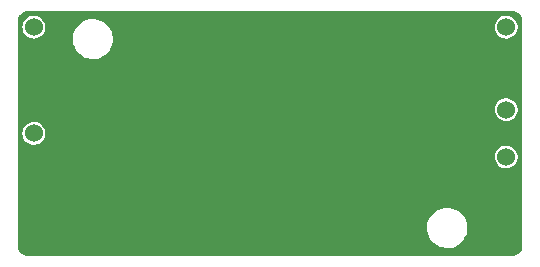
<source format=gbr>
%TF.GenerationSoftware,KiCad,Pcbnew,(5.99.0-1662-g9db296991)*%
%TF.CreationDate,2020-05-29T20:42:40+05:30*%
%TF.ProjectId,TPS62133,54505336-3231-4333-932e-6b696361645f,rev?*%
%TF.SameCoordinates,Original*%
%TF.FileFunction,Copper,L2,Bot*%
%TF.FilePolarity,Positive*%
%FSLAX46Y46*%
G04 Gerber Fmt 4.6, Leading zero omitted, Abs format (unit mm)*
G04 Created by KiCad (PCBNEW (5.99.0-1662-g9db296991)) date 2020-05-29 20:42:40*
%MOMM*%
%LPD*%
G01*
G04 APERTURE LIST*
%TA.AperFunction,ComponentPad*%
%ADD10C,1.524000*%
%TD*%
%TA.AperFunction,Conductor*%
%ADD11R,1.680000X1.680000*%
%TD*%
%TA.AperFunction,ViaPad*%
%ADD12C,0.500000*%
%TD*%
%TA.AperFunction,ViaPad*%
%ADD13C,0.800000*%
%TD*%
G04 APERTURE END LIST*
D10*
%TO.P,DB1,1,in+*%
%TO.N,/Vin*%
X12000000Y-12000000D03*
%TO.P,DB1,2,GND*%
%TO.N,GNDREF*%
X12000000Y-30000000D03*
%TO.P,DB1,5,en*%
%TO.N,/EN*%
X12000000Y-21000000D03*
%TO.P,DB1,4,GND*%
%TO.N,GNDREF*%
X52000000Y-30000000D03*
%TO.P,DB1,6,D+*%
%TO.N,Net-(DB1-Pad6)*%
X52000000Y-19000000D03*
%TO.P,DB1,3,out+*%
%TO.N,/+5V*%
X52000000Y-12000000D03*
%TO.P,DB1,7,D-*%
%TO.N,Net-(DB1-Pad7)*%
X52000000Y-23000000D03*
%TD*%
D11*
%TO.N,GNDREF*%
%TO.C,U1*%
X32000000Y-21000000D03*
D12*
X31410000Y-20410000D03*
X32590000Y-20410000D03*
X31410000Y-21590000D03*
X32590000Y-21590000D03*
%TD*%
D13*
%TO.N,GNDREF*%
X47000000Y-20500000D03*
X46000000Y-20500000D03*
X45000000Y-20500000D03*
X44000000Y-20500000D03*
X44000000Y-19500000D03*
X44000000Y-18500000D03*
X47000000Y-17500000D03*
X47000000Y-18500000D03*
X47000000Y-19500000D03*
X46000000Y-19500000D03*
X45000000Y-19500000D03*
X33500000Y-14000000D03*
X33500000Y-15000000D03*
X29500000Y-14000000D03*
X30500000Y-14000000D03*
X24500000Y-17500000D03*
X24500000Y-16500000D03*
X24500000Y-15500000D03*
X24500000Y-14500000D03*
X24500000Y-13500000D03*
X31500000Y-18000000D03*
X33500000Y-16000000D03*
X32500000Y-14000000D03*
X31500000Y-14000000D03*
X32500000Y-15000000D03*
X31500000Y-15000000D03*
X25500000Y-13500000D03*
X26500000Y-13500000D03*
X27500000Y-13500000D03*
X28500000Y-13500000D03*
X28500000Y-14500000D03*
X27500000Y-14500000D03*
X26500000Y-14500000D03*
X25500000Y-14500000D03*
X26500000Y-15500000D03*
X25500000Y-15500000D03*
%TD*%
%TO.N,GNDREF*%
G36*
X52475379Y-10628870D02*
G01*
X52486620Y-10631683D01*
X52486629Y-10631685D01*
X52668008Y-10650108D01*
X52680382Y-10652648D01*
X52835468Y-10701249D01*
X52847079Y-10706225D01*
X52989236Y-10785024D01*
X52999608Y-10792233D01*
X53123003Y-10897995D01*
X53131715Y-10907144D01*
X53231332Y-11035571D01*
X53238026Y-11046283D01*
X53309779Y-11192103D01*
X53314182Y-11203943D01*
X53355756Y-11363548D01*
X53357590Y-11374507D01*
X53368028Y-11510153D01*
X53368030Y-11510161D01*
X53368946Y-11512579D01*
X53373000Y-11534721D01*
X53373001Y-30460201D01*
X53371131Y-30475375D01*
X53368317Y-30486620D01*
X53368315Y-30486629D01*
X53349892Y-30668008D01*
X53347352Y-30680382D01*
X53298749Y-30835473D01*
X53293773Y-30847084D01*
X53214976Y-30989236D01*
X53207767Y-30999608D01*
X53102005Y-31123003D01*
X53092856Y-31131715D01*
X52964433Y-31231329D01*
X52953721Y-31238023D01*
X52807891Y-31309781D01*
X52796051Y-31314184D01*
X52636452Y-31355756D01*
X52625493Y-31357590D01*
X52489847Y-31368028D01*
X52489839Y-31368030D01*
X52487421Y-31368946D01*
X52465279Y-31373000D01*
X11539795Y-31373000D01*
X11524621Y-31371130D01*
X11513380Y-31368317D01*
X11513371Y-31368315D01*
X11331992Y-31349892D01*
X11319618Y-31347352D01*
X11164527Y-31298749D01*
X11152916Y-31293773D01*
X11010764Y-31214976D01*
X11000392Y-31207767D01*
X10876997Y-31102005D01*
X10868285Y-31092856D01*
X10768671Y-30964433D01*
X10761977Y-30953721D01*
X10690219Y-30807891D01*
X10685816Y-30796051D01*
X10644244Y-30636452D01*
X10642410Y-30625493D01*
X10631972Y-30489847D01*
X10631970Y-30489839D01*
X10631054Y-30487421D01*
X10627000Y-30465279D01*
X10627000Y-28950902D01*
X45295706Y-28950902D01*
X45307889Y-29209265D01*
X45359011Y-29462804D01*
X45359013Y-29462811D01*
X45447894Y-29705691D01*
X45447901Y-29705705D01*
X45572500Y-29932349D01*
X45729951Y-30137545D01*
X45916632Y-30316566D01*
X46128247Y-30465292D01*
X46128248Y-30465293D01*
X46359914Y-30580290D01*
X46359929Y-30580297D01*
X46606307Y-30658926D01*
X46606315Y-30658928D01*
X46861782Y-30699390D01*
X47120411Y-30700745D01*
X47376289Y-30662961D01*
X47376294Y-30662960D01*
X47623502Y-30586908D01*
X47856360Y-30474340D01*
X47856364Y-30474338D01*
X48069518Y-30327842D01*
X48258061Y-30150788D01*
X48417658Y-29947246D01*
X48544628Y-29721910D01*
X48636052Y-29479966D01*
X48636054Y-29479959D01*
X48689827Y-29226970D01*
X48689827Y-29226969D01*
X48700090Y-28870677D01*
X48660968Y-28615007D01*
X48583621Y-28368198D01*
X48469834Y-28135928D01*
X48469832Y-28135925D01*
X48322221Y-27923541D01*
X48144185Y-27735931D01*
X47939810Y-27577401D01*
X47713813Y-27451613D01*
X47471392Y-27361458D01*
X47218130Y-27309009D01*
X47218118Y-27309008D01*
X46959842Y-27295471D01*
X46959827Y-27295471D01*
X46702457Y-27321161D01*
X46451952Y-27385480D01*
X46451943Y-27385483D01*
X46214043Y-27486956D01*
X46214037Y-27486959D01*
X45994215Y-27623255D01*
X45994213Y-27623256D01*
X45797541Y-27791230D01*
X45628540Y-27987020D01*
X45628533Y-27987030D01*
X45491098Y-28206119D01*
X45491094Y-28206127D01*
X45388373Y-28443503D01*
X45388371Y-28443510D01*
X45322743Y-28693668D01*
X45295706Y-28950902D01*
X10627000Y-28950902D01*
X10627000Y-22996625D01*
X51033045Y-22996625D01*
X51052116Y-23191125D01*
X51109907Y-23377819D01*
X51109909Y-23377824D01*
X51204056Y-23549079D01*
X51330725Y-23697914D01*
X51330727Y-23697916D01*
X51484722Y-23818231D01*
X51484730Y-23818236D01*
X51659781Y-23905132D01*
X51848736Y-23955056D01*
X52043865Y-23965965D01*
X52237206Y-23937415D01*
X52420850Y-23870574D01*
X52420849Y-23870574D01*
X52587304Y-23768171D01*
X52587316Y-23768162D01*
X52729769Y-23634389D01*
X52729778Y-23634379D01*
X52842426Y-23474692D01*
X52842427Y-23474690D01*
X52920673Y-23295590D01*
X52961304Y-23104440D01*
X52961304Y-23104433D01*
X52962011Y-22902283D01*
X52962010Y-22902277D01*
X52922715Y-22710843D01*
X52845724Y-22531209D01*
X52734185Y-22370726D01*
X52592656Y-22235950D01*
X52426918Y-22132385D01*
X52243744Y-22064264D01*
X52243736Y-22064262D01*
X52050616Y-22034365D01*
X52050601Y-22034364D01*
X51855406Y-22043910D01*
X51855402Y-22043911D01*
X51666114Y-22092512D01*
X51666107Y-22092515D01*
X51490452Y-22178188D01*
X51335614Y-22297430D01*
X51335613Y-22297431D01*
X51207914Y-22445372D01*
X51207912Y-22445375D01*
X51112567Y-22615974D01*
X51112565Y-22615977D01*
X51053474Y-22802255D01*
X51053473Y-22802259D01*
X51033045Y-22996625D01*
X10627000Y-22996625D01*
X10627000Y-20996625D01*
X11033045Y-20996625D01*
X11052116Y-21191125D01*
X11109907Y-21377819D01*
X11109909Y-21377824D01*
X11204056Y-21549079D01*
X11330725Y-21697914D01*
X11330727Y-21697916D01*
X11484722Y-21818231D01*
X11484730Y-21818236D01*
X11659781Y-21905132D01*
X11848736Y-21955056D01*
X12043865Y-21965965D01*
X12237206Y-21937415D01*
X12420850Y-21870574D01*
X12420849Y-21870574D01*
X12587304Y-21768171D01*
X12587316Y-21768162D01*
X12729769Y-21634389D01*
X12729778Y-21634379D01*
X12842426Y-21474692D01*
X12842427Y-21474690D01*
X12920673Y-21295590D01*
X12961304Y-21104440D01*
X12961304Y-21104433D01*
X12962011Y-20902283D01*
X12962010Y-20902277D01*
X12922715Y-20710843D01*
X12845724Y-20531209D01*
X12734185Y-20370726D01*
X12592656Y-20235950D01*
X12426918Y-20132385D01*
X12243744Y-20064264D01*
X12243736Y-20064262D01*
X12050616Y-20034365D01*
X12050601Y-20034364D01*
X11855406Y-20043910D01*
X11855402Y-20043911D01*
X11666114Y-20092512D01*
X11666107Y-20092515D01*
X11490452Y-20178188D01*
X11335614Y-20297430D01*
X11335613Y-20297431D01*
X11207914Y-20445372D01*
X11207912Y-20445375D01*
X11112567Y-20615974D01*
X11112565Y-20615977D01*
X11053474Y-20802255D01*
X11053473Y-20802259D01*
X11033045Y-20996625D01*
X10627000Y-20996625D01*
X10627000Y-18996625D01*
X51033045Y-18996625D01*
X51052116Y-19191125D01*
X51109907Y-19377819D01*
X51109909Y-19377824D01*
X51204056Y-19549079D01*
X51330725Y-19697914D01*
X51330727Y-19697916D01*
X51484722Y-19818231D01*
X51484730Y-19818236D01*
X51659781Y-19905132D01*
X51848736Y-19955056D01*
X52043865Y-19965965D01*
X52237206Y-19937415D01*
X52420850Y-19870574D01*
X52420849Y-19870574D01*
X52587304Y-19768171D01*
X52587316Y-19768162D01*
X52729769Y-19634389D01*
X52729778Y-19634379D01*
X52842426Y-19474692D01*
X52842427Y-19474690D01*
X52920673Y-19295590D01*
X52961304Y-19104440D01*
X52961304Y-19104433D01*
X52962011Y-18902283D01*
X52962010Y-18902277D01*
X52922715Y-18710843D01*
X52845724Y-18531209D01*
X52734185Y-18370726D01*
X52592656Y-18235950D01*
X52426918Y-18132385D01*
X52243744Y-18064264D01*
X52243736Y-18064262D01*
X52050616Y-18034365D01*
X52050601Y-18034364D01*
X51855406Y-18043910D01*
X51855402Y-18043911D01*
X51666114Y-18092512D01*
X51666107Y-18092515D01*
X51490452Y-18178188D01*
X51335614Y-18297430D01*
X51335613Y-18297431D01*
X51207914Y-18445372D01*
X51207912Y-18445375D01*
X51112567Y-18615974D01*
X51112565Y-18615977D01*
X51053474Y-18802255D01*
X51053473Y-18802259D01*
X51033045Y-18996625D01*
X10627000Y-18996625D01*
X10627000Y-11996625D01*
X11033045Y-11996625D01*
X11052116Y-12191125D01*
X11109907Y-12377819D01*
X11109909Y-12377824D01*
X11204056Y-12549079D01*
X11330725Y-12697914D01*
X11330727Y-12697916D01*
X11484722Y-12818231D01*
X11484730Y-12818236D01*
X11659781Y-12905132D01*
X11848736Y-12955056D01*
X12043865Y-12965965D01*
X12145871Y-12950902D01*
X15295706Y-12950902D01*
X15307889Y-13209265D01*
X15359011Y-13462804D01*
X15359013Y-13462811D01*
X15447894Y-13705691D01*
X15447901Y-13705705D01*
X15572500Y-13932349D01*
X15729951Y-14137545D01*
X15916632Y-14316566D01*
X16128247Y-14465292D01*
X16128248Y-14465293D01*
X16359914Y-14580290D01*
X16359929Y-14580297D01*
X16606307Y-14658926D01*
X16606315Y-14658928D01*
X16861782Y-14699390D01*
X17120411Y-14700745D01*
X17376289Y-14662961D01*
X17376294Y-14662960D01*
X17623502Y-14586908D01*
X17856360Y-14474340D01*
X17856364Y-14474338D01*
X18069518Y-14327842D01*
X18258061Y-14150788D01*
X18417658Y-13947246D01*
X18544628Y-13721910D01*
X18636052Y-13479966D01*
X18636054Y-13479959D01*
X18689827Y-13226970D01*
X18689827Y-13226969D01*
X18700090Y-12870677D01*
X18660968Y-12615007D01*
X18583621Y-12368198D01*
X18469834Y-12135928D01*
X18469832Y-12135925D01*
X18373016Y-11996625D01*
X51033045Y-11996625D01*
X51052116Y-12191125D01*
X51109907Y-12377819D01*
X51109909Y-12377824D01*
X51204056Y-12549079D01*
X51330725Y-12697914D01*
X51330727Y-12697916D01*
X51484722Y-12818231D01*
X51484730Y-12818236D01*
X51659781Y-12905132D01*
X51848736Y-12955056D01*
X52043865Y-12965965D01*
X52237206Y-12937415D01*
X52420850Y-12870574D01*
X52420849Y-12870574D01*
X52587304Y-12768171D01*
X52587316Y-12768162D01*
X52729769Y-12634389D01*
X52729778Y-12634379D01*
X52842426Y-12474692D01*
X52842427Y-12474690D01*
X52920673Y-12295590D01*
X52961304Y-12104440D01*
X52961304Y-12104433D01*
X52962011Y-11902283D01*
X52962010Y-11902277D01*
X52922715Y-11710843D01*
X52845724Y-11531209D01*
X52734185Y-11370726D01*
X52592656Y-11235950D01*
X52426918Y-11132385D01*
X52243744Y-11064264D01*
X52243736Y-11064262D01*
X52050616Y-11034365D01*
X52050601Y-11034364D01*
X51855406Y-11043910D01*
X51855402Y-11043911D01*
X51666114Y-11092512D01*
X51666107Y-11092515D01*
X51490452Y-11178188D01*
X51335614Y-11297430D01*
X51335613Y-11297431D01*
X51207914Y-11445372D01*
X51207912Y-11445375D01*
X51112567Y-11615974D01*
X51112565Y-11615977D01*
X51053474Y-11802255D01*
X51053473Y-11802259D01*
X51033045Y-11996625D01*
X18373016Y-11996625D01*
X18322221Y-11923541D01*
X18144185Y-11735931D01*
X17939810Y-11577401D01*
X17713813Y-11451613D01*
X17471392Y-11361458D01*
X17218130Y-11309009D01*
X17218118Y-11309008D01*
X16959842Y-11295471D01*
X16959827Y-11295471D01*
X16702457Y-11321161D01*
X16451952Y-11385480D01*
X16451943Y-11385483D01*
X16214043Y-11486956D01*
X16214037Y-11486959D01*
X15994215Y-11623255D01*
X15994213Y-11623256D01*
X15797541Y-11791230D01*
X15628540Y-11987020D01*
X15628533Y-11987030D01*
X15491098Y-12206119D01*
X15491094Y-12206127D01*
X15388373Y-12443503D01*
X15388371Y-12443510D01*
X15322743Y-12693668D01*
X15295706Y-12950902D01*
X12145871Y-12950902D01*
X12237206Y-12937415D01*
X12420850Y-12870574D01*
X12420849Y-12870574D01*
X12587304Y-12768171D01*
X12587316Y-12768162D01*
X12729769Y-12634389D01*
X12729778Y-12634379D01*
X12842426Y-12474692D01*
X12842427Y-12474690D01*
X12920673Y-12295590D01*
X12961304Y-12104440D01*
X12961304Y-12104433D01*
X12962011Y-11902283D01*
X12962010Y-11902277D01*
X12922715Y-11710843D01*
X12845724Y-11531209D01*
X12734185Y-11370726D01*
X12592656Y-11235950D01*
X12426918Y-11132385D01*
X12243744Y-11064264D01*
X12243736Y-11064262D01*
X12050616Y-11034365D01*
X12050601Y-11034364D01*
X11855406Y-11043910D01*
X11855402Y-11043911D01*
X11666114Y-11092512D01*
X11666107Y-11092515D01*
X11490452Y-11178188D01*
X11335614Y-11297430D01*
X11335613Y-11297431D01*
X11207914Y-11445372D01*
X11207912Y-11445375D01*
X11112567Y-11615974D01*
X11112565Y-11615977D01*
X11053474Y-11802255D01*
X11053473Y-11802259D01*
X11033045Y-11996625D01*
X10627000Y-11996625D01*
X10627000Y-11539795D01*
X10628870Y-11524621D01*
X10631683Y-11513380D01*
X10631685Y-11513371D01*
X10650108Y-11331992D01*
X10652648Y-11319618D01*
X10701249Y-11164532D01*
X10706225Y-11152921D01*
X10785024Y-11010764D01*
X10792233Y-11000392D01*
X10897995Y-10876997D01*
X10907144Y-10868285D01*
X11035571Y-10768668D01*
X11046283Y-10761974D01*
X11192103Y-10690221D01*
X11203943Y-10685818D01*
X11363548Y-10644244D01*
X11374507Y-10642410D01*
X11510153Y-10631972D01*
X11510161Y-10631970D01*
X11512579Y-10631054D01*
X11534721Y-10627000D01*
X52460205Y-10627000D01*
X52475379Y-10628870D01*
G37*
%TD*%
M02*

</source>
